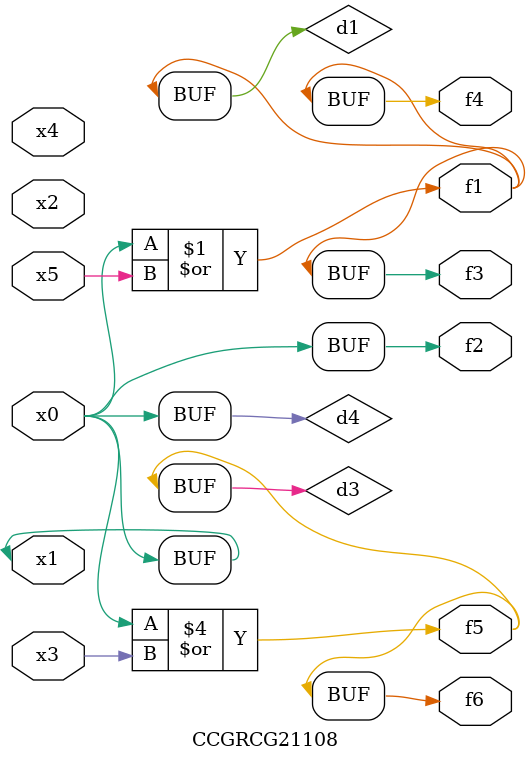
<source format=v>
module CCGRCG21108(
	input x0, x1, x2, x3, x4, x5,
	output f1, f2, f3, f4, f5, f6
);

	wire d1, d2, d3, d4;

	or (d1, x0, x5);
	xnor (d2, x1, x4);
	or (d3, x0, x3);
	buf (d4, x0, x1);
	assign f1 = d1;
	assign f2 = d4;
	assign f3 = d1;
	assign f4 = d1;
	assign f5 = d3;
	assign f6 = d3;
endmodule

</source>
